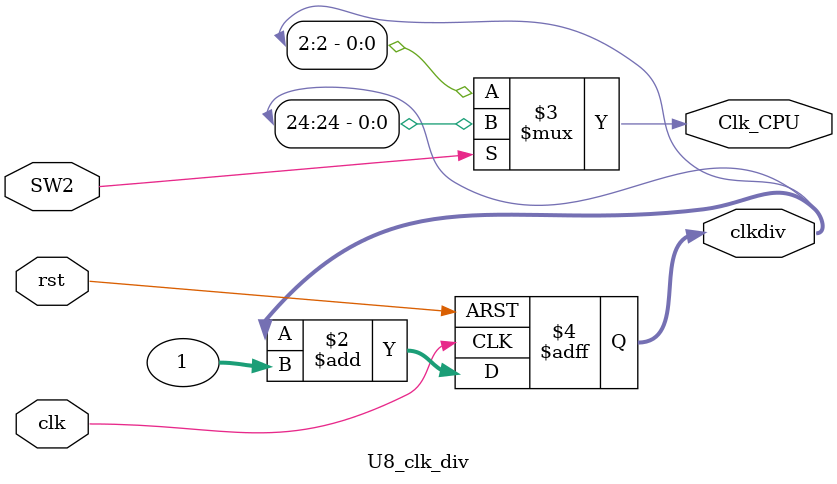
<source format=v>
`timescale 1ns / 1ps
module U8_clk_div(input clk,
						input rst,
						input SW2,
						output reg [31:0]clkdiv,
						output Clk_CPU
    );

always @(posedge clk or posedge rst)begin
	if(rst)
		clkdiv<=0;
	else 
		clkdiv<=clkdiv+1;
end

assign Clk_CPU=(SW2)?clkdiv[24]:clkdiv[2];

endmodule

</source>
